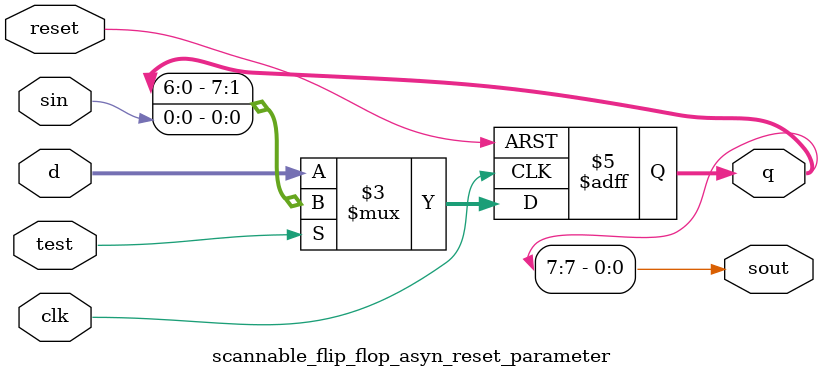
<source format=sv>
/*
	shift registers and scan chains
	module name:
	1) shift_register_parameter
	2) scannable_flip_flop_asyn_reset_parameter
*/

// The shift register can perform both serial-to-parallel
//  and parallel-to-serial operations
module shift_register_parameter
#(parameter width = 8)
(
	input logic clk,
	input logic reset, load, //parallel load
	input logic sin,
	// parallel load data
	input logic [width-1:0] d,
	output logic [width-1:0] q,
	output logic sout
);
	always_ff @(posedge clk, posedge reset)
		if (reset) q <= 0;
		else if (load) q <= d;
		else q <= {q[width-2:0], sin};
	
	assign sout = q[width-1];
endmodule

module scannable_flip_flop_asyn_reset_parameter
#(parameter width = 8)
(
	input logic clk,
	input logic reset, test,
	input logic sin,
	input logic [width-1:0] d,
	output logic [width-1:0] q,
	output logic sout
);
	always_ff @(posedge clk, posedge reset)
		if (reset) q <= 0;
		else if (test) q <= {q[width-2:0], sin};
		else q <= d;
	
	assign sout = q[width-1];
	
endmodule
</source>
